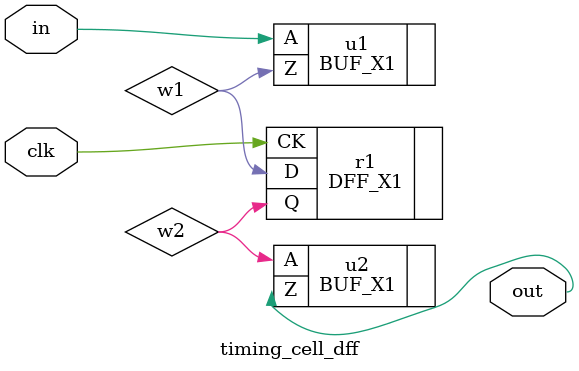
<source format=v>
module timing_cell_dff (in, clk, out);
  input in, clk;
  output out;
  wire w1, w2;

  BUF_X1 u1 (.A(in), .Z(w1));
  DFF_X1 r1 (.D(w1), .CK(clk), .Q(w2));
  BUF_X1 u2 (.A(w2), .Z(out));
endmodule

</source>
